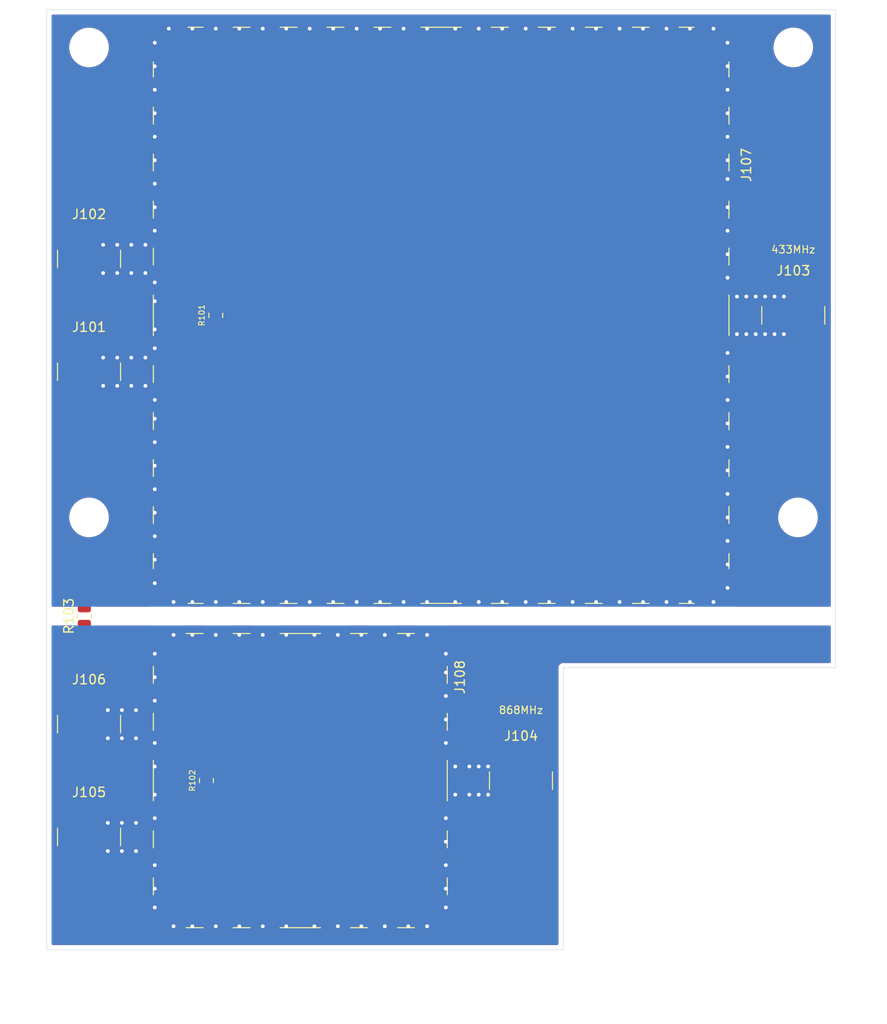
<source format=kicad_pcb>
(kicad_pcb (version 20210424) (generator pcbnew)
  (layers (0 "F.Cu" signal) (31 "B.Cu" signal) (34 "B.Paste" user) (35 "F.Paste" user) (36 "B.SilkS" user "B.Silkscreen") (37 "F.SilkS" user "F.Silkscreen") (38 "B.Mask" user) (39 "F.Mask" user) (44 "Edge.Cuts" user))
  (net 0 "")
  (net 1 "Net-(J101-Pad1)")
  (net 2 "GND")
  (net 3 "Net-(J104-Pad1)")
  (net 4 "GNDPWR")
  (footprint "Connector_Coaxial:SMA_Amphenol_132134-10_Vertical" (layer "F.Cu") (at 72.5 128.5)
    (fp_text reference "J106" (at 0 -4.75) (layer "F.SilkS"))
    (fp_text value "Conn_Coaxial")
    (pad "1" smd circle locked (at 0 0 90) (size 1.73 1.73) (layers "F.Cu" "F.Paste" "F.Mask") (net 3 "Net-(J104-Pad1)"))
    (pad "2" smd custom locked (at 0 -2.8 180) (size 7.11 1.51) (layers "F.Cu" "F.Paste" "F.Mask") (net 4 "GNDPWR") (options (clearance outline) (anchor rect)) (primitives (gr_poly (pts (xy -1.645 -1.595) (xy -1.5 -1.42) (xy -1.36 -1.28) (xy -1.205 -1.155) (xy -1.035 -1.045) (xy -0.86 -0.95) (xy -0.675 -0.875) (xy -0.48 -0.82) (xy -0.28 -0.78) (xy -0.085 -0.765) (xy 0 -0.765) (xy 0 0.755) (xy -3.555 0.755) (xy -3.555 -1.595)) (width 0) (fill yes)) (gr_poly (pts (xy 1.645 -1.595) (xy 1.5 -1.42) (xy 1.36 -1.28) (xy 1.205 -1.155) (xy 1.035 -1.045) (xy 0.86 -0.95) (xy 0.675 -0.875) (xy 0.48 -0.82) (xy 0.28 -0.78) (xy 0.085 -0.765) (xy 0 -0.765) (xy 0 0.755) (xy 3.555 0.755) (xy 3.555 -1.595)) (width 0) (fill yes))))
    (pad "2" smd custom locked (at 0 2.8) (size 7.11 1.51) (layers "F.Cu" "F.Paste" "F.Mask") (net 4 "GNDPWR") (options (clearance outline) (anchor rect)) (primitives (gr_poly (pts (xy -1.645 -1.595) (xy -1.5 -1.42) (xy -1.36 -1.28) (xy -1.205 -1.155) (xy -1.035 -1.045) (xy -0.86 -0.95) (xy -0.675 -0.875) (xy -0.48 -0.82) (xy -0.28 -0.78) (xy -0.085 -0.765) (xy 0 -0.765) (xy 0 0.755) (xy -3.555 0.755) (xy -3.555 -1.595)) (width 0) (fill yes)) (gr_poly (pts (xy 1.645 -1.595) (xy 1.5 -1.42) (xy 1.36 -1.28) (xy 1.205 -1.155) (xy 1.035 -1.045) (xy 0.86 -0.95) (xy 0.675 -0.875) (xy 0.48 -0.82) (xy 0.28 -0.78) (xy 0.085 -0.765) (xy 0 -0.765) (xy 0 0.755) (xy 3.555 0.755) (xy 3.555 -1.595)) (width 0) (fill yes))))
  )
  (footprint "MountingHole:MountingHole_3.2mm_M3" (layer "F.Cu") (at 72.5 106.5)
    (fp_text reference "REF**")
    (fp_text value "MountingHole_3.2mm_M3")
    (pad "1" np_thru_hole circle locked (at 0 0) (size 3.2 3.2) (drill 3.2) (layers *.Cu *.Mask))
  )
  (footprint "Resistor_SMD:R_0805_2012Metric" (layer "F.Cu") (at 85 134.5 90)
    (fp_text reference "R102" (at 0 -1.5 90) (layer "F.SilkS") (effects (font (size 0.6 0.6) (thickness 0.1))))
    (fp_text value "R")
    (pad "1" smd roundrect locked (at -0.9125 0 90) (size 1.025 1.4) (layers "F.Cu" "F.Paste" "F.Mask") (roundrect_rratio 0.243902) (net 3 "Net-(J104-Pad1)"))
    (pad "2" smd roundrect locked (at 0.9125 0 90) (size 1.025 1.4) (layers "F.Cu" "F.Paste" "F.Mask") (roundrect_rratio 0.243902) (net 3 "Net-(J104-Pad1)"))
  )
  (footprint "Connector_Coaxial:SMA_Amphenol_132134-10_Vertical" (layer "F.Cu") (at 72.5 79)
    (fp_text reference "J102" (at 0 -4.75) (layer "F.SilkS"))
    (fp_text value "Conn_Coaxial")
    (pad "1" smd circle locked (at 0 0 90) (size 1.73 1.73) (layers "F.Cu" "F.Paste" "F.Mask") (net 1 "Net-(J101-Pad1)"))
    (pad "2" smd custom locked (at 0 2.8) (size 7.11 1.51) (layers "F.Cu" "F.Paste" "F.Mask") (net 2 "GND") (options (clearance outline) (anchor rect)) (primitives (gr_poly (pts (xy -1.645 -1.595) (xy -1.5 -1.42) (xy -1.36 -1.28) (xy -1.205 -1.155) (xy -1.035 -1.045) (xy -0.86 -0.95) (xy -0.675 -0.875) (xy -0.48 -0.82) (xy -0.28 -0.78) (xy -0.085 -0.765) (xy 0 -0.765) (xy 0 0.755) (xy -3.555 0.755) (xy -3.555 -1.595)) (width 0) (fill yes)) (gr_poly (pts (xy 1.645 -1.595) (xy 1.5 -1.42) (xy 1.36 -1.28) (xy 1.205 -1.155) (xy 1.035 -1.045) (xy 0.86 -0.95) (xy 0.675 -0.875) (xy 0.48 -0.82) (xy 0.28 -0.78) (xy 0.085 -0.765) (xy 0 -0.765) (xy 0 0.755) (xy 3.555 0.755) (xy 3.555 -1.595)) (width 0) (fill yes))))
    (pad "2" smd custom locked (at 0 -2.8 180) (size 7.11 1.51) (layers "F.Cu" "F.Paste" "F.Mask") (net 2 "GND") (options (clearance outline) (anchor rect)) (primitives (gr_poly (pts (xy -1.645 -1.595) (xy -1.5 -1.42) (xy -1.36 -1.28) (xy -1.205 -1.155) (xy -1.035 -1.045) (xy -0.86 -0.95) (xy -0.675 -0.875) (xy -0.48 -0.82) (xy -0.28 -0.78) (xy -0.085 -0.765) (xy 0 -0.765) (xy 0 0.755) (xy -3.555 0.755) (xy -3.555 -1.595)) (width 0) (fill yes)) (gr_poly (pts (xy 1.645 -1.595) (xy 1.5 -1.42) (xy 1.36 -1.28) (xy 1.205 -1.155) (xy 1.035 -1.045) (xy 0.86 -0.95) (xy 0.675 -0.875) (xy 0.48 -0.82) (xy 0.28 -0.78) (xy 0.085 -0.765) (xy 0 -0.765) (xy 0 0.755) (xy 3.555 0.755) (xy 3.555 -1.595)) (width 0) (fill yes))))
  )
  (footprint "Resistor_SMD:R_0805_2012Metric" (layer "F.Cu") (at 72 117 90)
    (fp_text reference "R103" (at 0 -1.65 90) (layer "F.SilkS"))
    (fp_text value "R")
    (pad "1" smd roundrect locked (at -0.9125 0 90) (size 1.025 1.4) (layers "F.Cu" "F.Paste" "F.Mask") (roundrect_rratio 0.243902) (net 4 "GNDPWR"))
    (pad "2" smd roundrect locked (at 0.9125 0 90) (size 1.025 1.4) (layers "F.Cu" "F.Paste" "F.Mask") (roundrect_rratio 0.243902) (net 2 "GND"))
  )
  (footprint "Connector_Coaxial:SMA_Amphenol_132134-10_Vertical" (layer "F.Cu") (at 118.5 134.5)
    (fp_text reference "J104" (at 0 -4.75) (layer "F.SilkS"))
    (fp_text value "Conn_Coaxial")
    (pad "1" smd circle locked (at 0 0 90) (size 1.73 1.73) (layers "F.Cu" "F.Paste" "F.Mask") (net 3 "Net-(J104-Pad1)"))
    (pad "2" smd custom locked (at 0 2.8) (size 7.11 1.51) (layers "F.Cu" "F.Paste" "F.Mask") (net 4 "GNDPWR") (options (clearance outline) (anchor rect)) (primitives (gr_poly (pts (xy -1.645 -1.595) (xy -1.5 -1.42) (xy -1.36 -1.28) (xy -1.205 -1.155) (xy -1.035 -1.045) (xy -0.86 -0.95) (xy -0.675 -0.875) (xy -0.48 -0.82) (xy -0.28 -0.78) (xy -0.085 -0.765) (xy 0 -0.765) (xy 0 0.755) (xy -3.555 0.755) (xy -3.555 -1.595)) (width 0) (fill yes)) (gr_poly (pts (xy 1.645 -1.595) (xy 1.5 -1.42) (xy 1.36 -1.28) (xy 1.205 -1.155) (xy 1.035 -1.045) (xy 0.86 -0.95) (xy 0.675 -0.875) (xy 0.48 -0.82) (xy 0.28 -0.78) (xy 0.085 -0.765) (xy 0 -0.765) (xy 0 0.755) (xy 3.555 0.755) (xy 3.555 -1.595)) (width 0) (fill yes))))
    (pad "2" smd custom locked (at 0 -2.8 180) (size 7.11 1.51) (layers "F.Cu" "F.Paste" "F.Mask") (net 4 "GNDPWR") (options (clearance outline) (anchor rect)) (primitives (gr_poly (pts (xy -1.645 -1.595) (xy -1.5 -1.42) (xy -1.36 -1.28) (xy -1.205 -1.155) (xy -1.035 -1.045) (xy -0.86 -0.95) (xy -0.675 -0.875) (xy -0.48 -0.82) (xy -0.28 -0.78) (xy -0.085 -0.765) (xy 0 -0.765) (xy 0 0.755) (xy -3.555 0.755) (xy -3.555 -1.595)) (width 0) (fill yes)) (gr_poly (pts (xy 1.645 -1.595) (xy 1.5 -1.42) (xy 1.36 -1.28) (xy 1.205 -1.155) (xy 1.035 -1.045) (xy 0.86 -0.95) (xy 0.675 -0.875) (xy 0.48 -0.82) (xy 0.28 -0.78) (xy 0.085 -0.765) (xy 0 -0.765) (xy 0 0.755) (xy 3.555 0.755) (xy 3.555 -1.595)) (width 0) (fill yes))))
  )
  (footprint "Resistor_SMD:R_0805_2012Metric" (layer "F.Cu") (at 86 85 90)
    (fp_text reference "R101" (at 0 -1.5 270) (layer "F.SilkS") (effects (font (size 0.6 0.6) (thickness 0.1))))
    (fp_text value "R")
    (pad "1" smd roundrect locked (at -0.9125 0 90) (size 1.025 1.4) (layers "F.Cu" "F.Paste" "F.Mask") (roundrect_rratio 0.243902) (net 1 "Net-(J101-Pad1)"))
    (pad "2" smd roundrect locked (at 0.9125 0 90) (size 1.025 1.4) (layers "F.Cu" "F.Paste" "F.Mask") (roundrect_rratio 0.243902) (net 1 "Net-(J101-Pad1)"))
  )
  (footprint "Connector_Coaxial:SMA_Amphenol_132134-10_Vertical" (layer "F.Cu") (at 72.5 91)
    (fp_text reference "J101" (at 0 -4.75) (layer "F.SilkS"))
    (fp_text value "Conn_Coaxial")
    (pad "1" smd circle locked (at 0 0 90) (size 1.73 1.73) (layers "F.Cu" "F.Paste" "F.Mask") (net 1 "Net-(J101-Pad1)"))
    (pad "2" smd custom locked (at 0 -2.8 180) (size 7.11 1.51) (layers "F.Cu" "F.Paste" "F.Mask") (net 2 "GND") (options (clearance outline) (anchor rect)) (primitives (gr_poly (pts (xy -1.645 -1.595) (xy -1.5 -1.42) (xy -1.36 -1.28) (xy -1.205 -1.155) (xy -1.035 -1.045) (xy -0.86 -0.95) (xy -0.675 -0.875) (xy -0.48 -0.82) (xy -0.28 -0.78) (xy -0.085 -0.765) (xy 0 -0.765) (xy 0 0.755) (xy -3.555 0.755) (xy -3.555 -1.595)) (width 0) (fill yes)) (gr_poly (pts (xy 1.645 -1.595) (xy 1.5 -1.42) (xy 1.36 -1.28) (xy 1.205 -1.155) (xy 1.035 -1.045) (xy 0.86 -0.95) (xy 0.675 -0.875) (xy 0.48 -0.82) (xy 0.28 -0.78) (xy 0.085 -0.765) (xy 0 -0.765) (xy 0 0.755) (xy 3.555 0.755) (xy 3.555 -1.595)) (width 0) (fill yes))))
    (pad "2" smd custom locked (at 0 2.8) (size 7.11 1.51) (layers "F.Cu" "F.Paste" "F.Mask") (net 2 "GND") (options (clearance outline) (anchor rect)) (primitives (gr_poly (pts (xy -1.645 -1.595) (xy -1.5 -1.42) (xy -1.36 -1.28) (xy -1.205 -1.155) (xy -1.035 -1.045) (xy -0.86 -0.95) (xy -0.675 -0.875) (xy -0.48 -0.82) (xy -0.28 -0.78) (xy -0.085 -0.765) (xy 0 -0.765) (xy 0 0.755) (xy -3.555 0.755) (xy -3.555 -1.595)) (width 0) (fill yes)) (gr_poly (pts (xy 1.645 -1.595) (xy 1.5 -1.42) (xy 1.36 -1.28) (xy 1.205 -1.155) (xy 1.035 -1.045) (xy 0.86 -0.95) (xy 0.675 -0.875) (xy 0.48 -0.82) (xy 0.28 -0.78) (xy 0.085 -0.765) (xy 0 -0.765) (xy 0 0.755) (xy 3.555 0.755) (xy 3.555 -1.595)) (width 0) (fill yes))))
  )
  (footprint "MountingHole:MountingHole_3.2mm_M3" (layer "F.Cu") (at 147.5 56.5)
    (fp_text reference "REF**")
    (fp_text value "MountingHole_3.2mm_M3")
    (pad "1" np_thru_hole circle locked (at 0 0) (size 3.2 3.2) (drill 3.2) (layers *.Cu *.Mask))
  )
  (footprint "Connector_Coaxial:SMA_Amphenol_132134-10_Vertical" (layer "F.Cu") (at 147.5 85)
    (fp_text reference "J103" (at 0 -4.75) (layer "F.SilkS"))
    (fp_text value "Conn_Coaxial")
    (pad "1" smd circle locked (at 0 0 90) (size 1.73 1.73) (layers "F.Cu" "F.Paste" "F.Mask") (net 1 "Net-(J101-Pad1)"))
    (pad "2" smd custom locked (at 0 -2.8 180) (size 7.11 1.51) (layers "F.Cu" "F.Paste" "F.Mask") (net 2 "GND") (options (clearance outline) (anchor rect)) (primitives (gr_poly (pts (xy -1.645 -1.595) (xy -1.5 -1.42) (xy -1.36 -1.28) (xy -1.205 -1.155) (xy -1.035 -1.045) (xy -0.86 -0.95) (xy -0.675 -0.875) (xy -0.48 -0.82) (xy -0.28 -0.78) (xy -0.085 -0.765) (xy 0 -0.765) (xy 0 0.755) (xy -3.555 0.755) (xy -3.555 -1.595)) (width 0) (fill yes)) (gr_poly (pts (xy 1.645 -1.595) (xy 1.5 -1.42) (xy 1.36 -1.28) (xy 1.205 -1.155) (xy 1.035 -1.045) (xy 0.86 -0.95) (xy 0.675 -0.875) (xy 0.48 -0.82) (xy 0.28 -0.78) (xy 0.085 -0.765) (xy 0 -0.765) (xy 0 0.755) (xy 3.555 0.755) (xy 3.555 -1.595)) (width 0) (fill yes))))
    (pad "2" smd custom locked (at 0 2.8) (size 7.11 1.51) (layers "F.Cu" "F.Paste" "F.Mask") (net 2 "GND") (options (clearance outline) (anchor rect)) (primitives (gr_poly (pts (xy -1.645 -1.595) (xy -1.5 -1.42) (xy -1.36 -1.28) (xy -1.205 -1.155) (xy -1.035 -1.045) (xy -0.86 -0.95) (xy -0.675 -0.875) (xy -0.48 -0.82) (xy -0.28 -0.78) (xy -0.085 -0.765) (xy 0 -0.765) (xy 0 0.755) (xy -3.555 0.755) (xy -3.555 -1.595)) (width 0) (fill yes)) (gr_poly (pts (xy 1.645 -1.595) (xy 1.5 -1.42) (xy 1.36 -1.28) (xy 1.205 -1.155) (xy 1.035 -1.045) (xy 0.86 -0.95) (xy 0.675 -0.875) (xy 0.48 -0.82) (xy 0.28 -0.78) (xy 0.085 -0.765) (xy 0 -0.765) (xy 0 0.755) (xy 3.555 0.755) (xy 3.555 -1.595)) (width 0) (fill yes))))
  )
  (footprint "RF_Shielding:Wuerth_36103605_60x60mm" (layer "F.Cu") (at 110 85)
    (fp_text reference "J107" (at 32.5 -16 90) (layer "F.SilkS"))
    (fp_text value "RF_Shield_One_Piece")
    (pad "1" smd rect locked (at -30.25 -23.75) (size 1 2.6) (layers "F.Cu" "F.Paste" "F.Mask") (net 2 "GND"))
    (pad "1" smd rect locked (at 30.25 -28.5) (size 1 2.5) (layers "F.Cu" "F.Paste" "F.Mask") (net 2 "GND"))
    (pad "1" smd rect locked (at 30.25 28.5) (size 1 2.5) (layers "F.Cu" "F.Paste" "F.Mask") (net 2 "GND"))
    (pad "1" smd rect locked (at -13.75 30.25) (size 2.6 1) (layers "F.Cu" "F.Paste" "F.Mask") (net 2 "GND"))
    (pad "1" smd rect locked (at 30.25 -3.75) (size 1 2.6) (layers "F.Cu" "F.Paste" "F.Mask") (net 2 "GND"))
    (pad "1" smd rect locked (at 30.25 3.75) (size 1 2.6) (layers "F.Cu" "F.Paste" "F.Mask") (net 2 "GND"))
    (pad "1" smd rect locked (at 30.25 -13.75) (size 1 2.6) (layers "F.Cu" "F.Paste" "F.Mask") (net 2 "GND"))
    (pad "1" smd rect locked (at 28.5 30.25) (size 2.5 1) (layers "F.Cu" "F.Paste" "F.Mask") (net 2 "GND"))
    (pad "1" smd rect locked (at -8.75 -30.25) (size 2.6 1) (layers "F.Cu" "F.Paste" "F.Mask") (net 2 "GND"))
    (pad "1" smd rect locked (at -18.75 30.25) (size 2.6 1) (layers "F.Cu" "F.Paste" "F.Mask") (net 2 "GND"))
    (pad "1" smd rect locked (at 8.75 30.25) (size 2.6 1) (layers "F.Cu" "F.Paste" "F.Mask") (net 2 "GND"))
    (pad "1" smd rect locked (at -30.25 13.75) (size 1 2.6) (layers "F.Cu" "F.Paste" "F.Mask") (net 2 "GND"))
    (pad "1" smd rect locked (at 30.25 30.25) (size 1 1) (layers "F.Cu" "F.Paste" "F.Mask") (net 2 "GND"))
    (pad "1" smd rect locked (at -28.5 -30.25) (size 2.5 1) (layers "F.Cu" "F.Paste" "F.Mask") (net 2 "GND"))
    (pad "1" smd rect locked (at -30.25 -8.75) (size 1 2.6) (layers "F.Cu" "F.Paste" "F.Mask") (net 2 "GND"))
    (pad "1" smd rect locked (at 30.25 8.75) (size 1 2.6) (layers "F.Cu" "F.Paste" "F.Mask") (net 2 "GND"))
    (pad "1" smd rect locked (at 30.25 -30.25) (size 1 1) (layers "F.Cu" "F.Paste" "F.Mask") (net 2 "GND"))
    (pad "1" smd rect locked (at -30.25 18.75) (size 1 2.6) (layers "F.Cu" "F.Paste" "F.Mask") (net 2 "GND"))
    (pad "1" smd rect locked (at 13.75 30.25) (size 2.6 1) (layers "F.Cu" "F.Paste" "F.Mask") (net 2 "GND"))
    (pad "1" smd rect locked (at -3.75 30.25) (size 2.6 1) (layers "F.Cu" "F.Paste" "F.Mask") (net 2 "GND"))
    (pad "1" smd rect locked (at -30.25 -3.75) (size 1 2.6) (layers "F.Cu" "F.Paste" "F.Mask") (net 2 "GND"))
    (pad "1" smd rect locked (at 23.75 -30.25) (size 2.6 1) (layers "F.Cu" "F.Paste" "F.Mask") (net 2 "GND"))
    (pad "1" smd rect locked (at 30.25 13.75) (size 1 2.6) (layers "F.Cu" "F.Paste" "F.Mask") (net 2 "GND"))
    (pad "1" smd rect locked (at -30.25 30.25) (size 1 1) (layers "F.Cu" "F.Paste" "F.Mask") (net 2 "GND"))
    (pad "1" smd rect locked (at 18.75 -30.25) (size 2.6 1) (layers "F.Cu" "F.Paste" "F.Mask") (net 2 "GND"))
    (pad "1" smd rect locked (at -30.25 -28.5) (size 1 2.5) (layers "F.Cu" "F.Paste" "F.Mask") (net 2 "GND"))
    (pad "1" smd rect locked (at 3.75 30.25) (size 2.6 1) (layers "F.Cu" "F.Paste" "F.Mask") (net 2 "GND"))
    (pad "1" smd rect locked (at 13.75 -30.25) (size 2.6 1) (layers "F.Cu" "F.Paste" "F.Mask") (net 2 "GND"))
    (pad "1" smd rect locked (at 3.75 -30.25) (size 2.6 1) (layers "F.Cu" "F.Paste" "F.Mask") (net 2 "GND"))
    (pad "1" smd rect locked (at -30.25 -30.25) (size 1 1) (layers "F.Cu" "F.Paste" "F.Mask") (net 2 "GND"))
    (pad "1" smd rect locked (at -28.5 30.25) (size 2.5 1) (layers "F.Cu" "F.Paste" "F.Mask") (net 2 "GND"))
    (pad "1" smd rect locked (at -30.25 -13.75) (size 1 2.6) (layers "F.Cu" "F.Paste" "F.Mask") (net 2 "GND"))
    (pad "1" smd rect locked (at -3.75 -30.25) (size 2.6 1) (layers "F.Cu" "F.Paste" "F.Mask") (net 2 "GND"))
    (pad "1" smd rect locked (at 23.75 30.25) (size 2.6 1) (layers "F.Cu" "F.Paste" "F.Mask") (net 2 "GND"))
    (pad "1" smd rect locked (at 30.25 18.75) (size 1 2.6) (layers "F.Cu" "F.Paste" "F.Mask") (net 2 "GND"))
    (pad "1" smd rect locked (at 30.25 -23.75) (size 1 2.6) (layers "F.Cu" "F.Paste" "F.Mask") (net 2 "GND"))
    (pad "1" smd rect locked (at -23.75 -30.25) (size 2.6 1) (layers "F.Cu" "F.Paste" "F.Mask") (net 2 "GND"))
    (pad "1" smd rect locked (at -30.25 3.75) (size 1 2.6) (layers "F.Cu" "F.Paste" "F.Mask") (net 2 "GND"))
    (pad "1" smd rect locked (at -13.75 -30.25) (size 2.6 1) (layers "F.Cu" "F.Paste" "F.Mask") (net 2 "GND"))
    (pad "1" smd rect locked (at 30.25 -8.75) (size 1 2.6) (layers "F.Cu" "F.Paste" "F.Mask") (net 2 "GND"))
    (pad "1" smd rect locked (at 28.5 -30.25) (size 2.5 1) (layers "F.Cu" "F.Paste" "F.Mask") (net 2 "GND"))
    (pad "1" smd rect locked (at -18.75 -30.25) (size 2.6 1) (layers "F.Cu" "F.Paste" "F.Mask") (net 2 "GND"))
    (pad "1" smd rect locked (at 8.75 -30.25) (size 2.6 1) (layers "F.Cu" "F.Paste" "F.Mask") (net 2 "GND"))
    (pad "1" smd rect locked (at -30.25 -18.75) (size 1 2.6) (layers "F.Cu" "F.Paste" "F.Mask") (net 2 "GND"))
    (pad "1" smd rect locked (at -30.25 23.75) (size 1 2.6) (layers "F.Cu" "F.Paste" "F.Mask") (net 2 "GND"))
    (pad "1" smd rect locked (at -23.75 30.25) (size 2.6 1) (layers "F.Cu" "F.Paste" "F.Mask") (net 2 "GND"))
    (pad "1" smd rect locked (at -30.25 28.5) (size 1 2.5) (layers "F.Cu" "F.Paste" "F.Mask") (net 2 "GND"))
    (pad "1" smd rect locked (at -8.75 30.25) (size 2.6 1) (layers "F.Cu" "F.Paste" "F.Mask") (net 2 "GND"))
    (pad "1" smd rect locked (at 30.25 -18.75) (size 1 2.6) (layers "F.Cu" "F.Paste" "F.Mask") (net 2 "GND"))
    (pad "1" smd rect locked (at 30.25 23.75) (size 1 2.6) (layers "F.Cu" "F.Paste" "F.Mask") (net 2 "GND"))
    (pad "1" smd rect locked (at 18.75 30.25) (size 2.6 1) (layers "F.Cu" "F.Paste" "F.Mask") (net 2 "GND"))
    (pad "1" smd rect locked (at -30.25 8.75) (size 1 2.6) (layers "F.Cu" "F.Paste" "F.Mask") (net 2 "GND"))
  )
  (footprint "MountingHole:MountingHole_3.2mm_M3" (layer "F.Cu") (at 72.5 56.5)
    (fp_text reference "REF**")
    (fp_text value "MountingHole_3.2mm_M3")
    (pad "1" np_thru_hole circle locked (at 0 0) (size 3.2 3.2) (drill 3.2) (layers *.Cu *.Mask))
  )
  (footprint "MountingHole:MountingHole_3.2mm_M3" (layer "F.Cu") (at 148 106.5)
    (fp_text reference "REF**")
    (fp_text value "MountingHole_3.2mm_M3")
    (pad "1" np_thru_hole circle locked (at 0 0) (size 3.2 3.2) (drill 3.2) (layers *.Cu *.Mask))
  )
  (footprint "Connector_Coaxial:SMA_Amphenol_132134-10_Vertical" (layer "F.Cu") (at 72.5 140.5)
    (fp_text reference "J105" (at 0 -4.75) (layer "F.SilkS"))
    (fp_text value "Conn_Coaxial")
    (pad "1" smd circle locked (at 0 0 90) (size 1.73 1.73) (layers "F.Cu" "F.Paste" "F.Mask") (net 3 "Net-(J104-Pad1)"))
    (pad "2" smd custom locked (at 0 2.8) (size 7.11 1.51) (layers "F.Cu" "F.Paste" "F.Mask") (net 4 "GNDPWR") (options (clearance outline) (anchor rect)) (primitives (gr_poly (pts (xy -1.645 -1.595) (xy -1.5 -1.42) (xy -1.36 -1.28) (xy -1.205 -1.155) (xy -1.035 -1.045) (xy -0.86 -0.95) (xy -0.675 -0.875) (xy -0.48 -0.82) (xy -0.28 -0.78) (xy -0.085 -0.765) (xy 0 -0.765) (xy 0 0.755) (xy -3.555 0.755) (xy -3.555 -1.595)) (width 0) (fill yes)) (gr_poly (pts (xy 1.645 -1.595) (xy 1.5 -1.42) (xy 1.36 -1.28) (xy 1.205 -1.155) (xy 1.035 -1.045) (xy 0.86 -0.95) (xy 0.675 -0.875) (xy 0.48 -0.82) (xy 0.28 -0.78) (xy 0.085 -0.765) (xy 0 -0.765) (xy 0 0.755) (xy 3.555 0.755) (xy 3.555 -1.595)) (width 0) (fill yes))))
    (pad "2" smd custom locked (at 0 -2.8 180) (size 7.11 1.51) (layers "F.Cu" "F.Paste" "F.Mask") (net 4 "GNDPWR") (options (clearance outline) (anchor rect)) (primitives (gr_poly (pts (xy -1.645 -1.595) (xy -1.5 -1.42) (xy -1.36 -1.28) (xy -1.205 -1.155) (xy -1.035 -1.045) (xy -0.86 -0.95) (xy -0.675 -0.875) (xy -0.48 -0.82) (xy -0.28 -0.78) (xy -0.085 -0.765) (xy 0 -0.765) (xy 0 0.755) (xy -3.555 0.755) (xy -3.555 -1.595)) (width 0) (fill yes)) (gr_poly (pts (xy 1.645 -1.595) (xy 1.5 -1.42) (xy 1.36 -1.28) (xy 1.205 -1.155) (xy 1.035 -1.045) (xy 0.86 -0.95) (xy 0.675 -0.875) (xy 0.48 -0.82) (xy 0.28 -0.78) (xy 0.085 -0.765) (xy 0 -0.765) (xy 0 0.755) (xy 3.555 0.755) (xy 3.555 -1.595)) (width 0) (fill yes))))
  )
  (footprint "RF_Shielding:Wuerth_36103305_30x30mm" (layer "F.Cu") (at 95 134.5)
    (fp_text reference "J108" (at 17 -11 90) (layer "F.SilkS"))
    (fp_text value "RF_Shield_One_Piece")
    (pad "1" smd rect locked (at -3.75 15.25) (size 2.6 1) (layers "F.Cu" "F.Paste" "F.Mask") (net 4 "GNDPWR"))
    (pad "1" smd rect locked (at 15.25 15.25) (size 1 1) (layers "F.Cu" "F.Paste" "F.Mask") (net 4 "GNDPWR"))
    (pad "1" smd rect locked (at -15.25 -15.25) (size 1 1) (layers "F.Cu" "F.Paste" "F.Mask") (net 4 "GNDPWR"))
    (pad "1" smd rect locked (at -13.6 -15.25) (size 2.3 1) (layers "F.Cu" "F.Paste" "F.Mask") (net 4 "GNDPWR"))
    (pad "1" smd rect locked (at -13.6 15.25) (size 2.3 1) (layers "F.Cu" "F.Paste" "F.Mask") (net 4 "GNDPWR"))
    (pad "1" smd rect locked (at -8.75 15.25) (size 2.6 1) (layers "F.Cu" "F.Paste" "F.Mask") (net 4 "GNDPWR"))
    (pad "1" smd rect locked (at -3.75 -15.25) (size 2.6 1) (layers "F.Cu" "F.Paste" "F.Mask") (net 4 "GNDPWR"))
    (pad "1" smd rect locked (at -15.25 3.75) (size 1 2.6) (layers "F.Cu" "F.Paste" "F.Mask") (net 4 "GNDPWR"))
    (pad "1" smd rect locked (at -15.25 8.75) (size 1 2.6) (layers "F.Cu" "F.Paste" "F.Mask") (net 4 "GNDPWR"))
    (pad "1" smd rect locked (at 8.75 -15.25) (size 2.6 1) (layers "F.Cu" "F.Paste" "F.Mask") (net 4 "GNDPWR"))
    (pad "1" smd rect locked (at -15.25 -8.75) (size 1 2.6) (layers "F.Cu" "F.Paste" "F.Mask") (net 4 "GNDPWR"))
    (pad "1" smd rect locked (at 8.75 15.25) (size 2.6 1) (layers "F.Cu" "F.Paste" "F.Mask") (net 4 "GNDPWR"))
    (pad "1" smd rect locked (at 15.25 13.6) (size 1 2.3) (layers "F.Cu" "F.Paste" "F.Mask") (net 4 "GNDPWR"))
    (pad "1" smd rect locked (at 15.25 -3.75) (size 1 2.6) (layers "F.Cu" "F.Paste" "F.Mask") (net 4 "GNDPWR"))
    (pad "1" smd rect locked (at 15.25 -13.6) (size 1 2.3) (layers "F.Cu" "F.Paste" "F.Mask") (net 4 "GNDPWR"))
    (pad "1" smd rect locked (at 13.6 15.25) (size 2.3 1) (layers "F.Cu" "F.Paste" "F.Mask") (net 4 "GNDPWR"))
    (pad "1" smd rect locked (at 3.75 15.25) (size 2.6 1) (layers "F.Cu" "F.Paste" "F.Mask") (net 4 "GNDPWR"))
    (pad "1" smd rect locked (at 15.25 -15.25) (size 1 1) (layers "F.Cu" "F.Paste" "F.Mask") (net 4 "GNDPWR"))
    (pad "1" smd rect locked (at 13.6 -15.25) (size 2.3 1) (layers "F.Cu" "F.Paste" "F.Mask") (net 4 "GNDPWR"))
    (pad "1" smd rect locked (at -15.25 -3.75) (size 1 2.6) (layers "F.Cu" "F.Paste" "F.Mask") (net 4 "GNDPWR"))
    (pad "1" smd rect locked (at 15.25 -8.75) (size 1 2.6) (layers "F.Cu" "F.Paste" "F.Mask") (net 4 "GNDPWR"))
    (pad "1" smd rect locked (at 15.25 3.75) (size 1 2.6) (layers "F.Cu" "F.Paste" "F.Mask") (net 4 "GNDPWR"))
    (pad "1" smd rect locked (at -15.25 13.6) (size 1 2.3) (layers "F.Cu" "F.Paste" "F.Mask") (net 4 "GNDPWR"))
    (pad "1" smd rect locked (at -8.75 -15.25) (size 2.6 1) (layers "F.Cu" "F.Paste" "F.Mask") (net 4 "GNDPWR"))
    (pad "1" smd rect locked (at -15.25 -13.6) (size 1 2.3) (layers "F.Cu" "F.Paste" "F.Mask") (net 4 "GNDPWR"))
    (pad "1" smd rect locked (at 15.25 8.75) (size 1 2.6) (layers "F.Cu" "F.Paste" "F.Mask") (net 4 "GNDPWR"))
    (pad "1" smd rect locked (at 3.75 -15.25) (size 2.6 1) (layers "F.Cu" "F.Paste" "F.Mask") (net 4 "GNDPWR"))
    (pad "1" smd rect locked (at -15.25 15.25) (size 1 1) (layers "F.Cu" "F.Paste" "F.Mask") (net 4 "GNDPWR"))
  )
  (gr_line (start 123 152.5) (end 68 152.5) (layer "Edge.Cuts") (width 0.05))
  (gr_line (start 152 52.5) (end 152 122.5) (layer "Edge.Cuts") (width 0.05))
  (gr_line (start 152 122.5) (end 123 122.5) (layer "Edge.Cuts") (width 0.05))
  (gr_line (start 123 122.5) (end 123 152.5) (layer "Edge.Cuts") (width 0.05))
  (gr_line (start 68 152.5) (end 68 151) (layer "Edge.Cuts") (width 0.05))
  (gr_line (start 68 151) (end 68 52.5) (layer "Edge.Cuts") (width 0.05))
  (gr_line (start 68 52.5) (end 152 52.5) (layer "Edge.Cuts") (width 0.05))
  (gr_text "433MHz" (at 147.5 78) (layer "F.SilkS") (effects (font (size 0.8 0.8) (thickness 0.12))))
  (gr_text "868MHz" (at 118.5 127) (layer "F.SilkS") (effects (font (size 0.8 0.8) (thickness 0.12))))
  (segment (start 90 107.5) (end 92.5 110) (width 0.55) (layer "F.Cu") (net 1))
  (segment (start 137.5 82.5) (end 135 80) (width 0.55) (layer "F.Cu") (net 1))
  (segment (start 112.5 90) (end 115 87.5) (width 0.55) (layer "F.Cu") (net 1))
  (segment (start 132.5 110) (end 135 107.5) (width 0.55) (layer "F.Cu") (net 1))
  (segment (start 80.64912 79) (end 85.73662 84.0875) (width 1.1) (layer "F.Cu") (net 1))
  (segment (start 100 82.5) (end 102.5 82.5) (width 0.55) (layer "F.Cu") (net 1))
  (segment (start 97.5 90) (end 100 87.5) (width 0.55) (layer "F.Cu") (net 1))
  (segment (start 112.5 80) (end 115 82.5) (width 0.55) (layer "F.Cu") (net 1))
  (segment (start 117.5 87.5) (end 120 90) (width 0.55) (layer "F.Cu") (net 1))
  (segment (start 92.5 110) (end 95 110) (width 0.55) (layer "F.Cu") (net 1))
  (segment (start 102.5 87.5) (end 105 90) (width 0.55) (layer "F.Cu") (net 1))
  (segment (start 135 107.5) (end 135 90) (width 0.55) (layer "F.Cu") (net 1))
  (segment (start 97.5 80) (end 100 82.5) (width 0.55) (layer "F.Cu") (net 1))
  (segment (start 105 80) (end 105 62.5) (width 0.55) (layer "F.Cu") (net 1))
  (segment (start 95 60) (end 97.5 62.5) (width 0.55) (layer "F.Cu") (net 1))
  (segment (start 117.5 82.5) (end 120 80) (width 0.55) (layer "F.Cu") (net 1))
  (segment (start 122.5 110) (end 132.5 110) (width 0.55) (layer "F.Cu") (net 1))
  (segment (start 90 82) (end 90 62.5) (width 0.55) (layer "F.Cu") (net 1))
  (segment (start 105 90) (end 105 107.5) (width 0.55) (layer "F.Cu") (net 1))
  (segment (start 80.64912 91) (end 72.5 91) (width 1.1) (layer "F.Cu") (net 1))
  (segment (start 92.5 60) (end 95 60) (width 0.55) (layer "F.Cu") (net 1))
  (segment (start 112.5 62.5) (end 112.5 80) (width 0.55) (layer "F.Cu") (net 1))
  (segment (start 135 62.5) (end 132.5 60) (width 0.55) (layer "F.Cu") (net 1))
  (segment (start 120 107.5) (end 122.5 110) (width 0.55) (layer "F.Cu") (net 1))
  (segment (start 90 88) (end 90 107.5) (width 0.55) (layer "F.Cu") (net 1))
  (segment (start 90 62.5) (end 92.5 60) (width 0.55) (layer "F.Cu") (net 1))
  (segment (start 137.5 85) (end 147.5 85) (width 1.1) (layer "F.Cu") (net 1))
  (segment (start 120 62.5) (end 122.5 60) (width 0.55) (layer "F.Cu") (net 1))
  (segment (start 115 82.5) (end 117.5 82.5) (width 0.55) (layer "F.Cu") (net 1))
  (segment (start 120 80) (end 120 62.5) (width 0.55) (layer "F.Cu") (net 1))
  (segment (start 107.5 60) (end 110 60) (width 0.55) (layer "F.Cu") (net 1))
  (segment (start 72.5 79) (end 80.64912 79) (width 1.1) (layer "F.Cu") (net 1))
  (segment (start 115 87.5) (end 117.5 87.5) (width 0.55) (layer "F.Cu") (net 1))
  (segment (start 97.5 62.5) (end 97.5 80) (width 0.55) (layer "F.Cu") (net 1))
  (segment (start 110 110) (end 112.5 107.5) (width 0.55) (layer "F.Cu") (net 1))
  (segment (start 137.5 87.5) (end 137.5 85) (width 0.55) (layer "F.Cu") (net 1))
  (segment (start 102.5 82.5) (end 105 80) (width 0.55) (layer "F.Cu") (net 1))
  (segment (start 107.5 110) (end 110 110) (width 0.55) (layer "F.Cu") (net 1))
  (segment (start 87.9125 84.0875) (end 90 82) (width 0.55) (layer "F.Cu") (net 1))
  (segment (start 137.5 82.5) (end 137.5 85) (width 0.55) (layer "F.Cu") (net 1))
  (segment (start 135 80) (end 135 62.5) (width 0.55) (layer "F.Cu") (net 1))
  (segment (start 112.5 107.5) (end 112.5 90) (width 0.55) (layer "F.Cu") (net 1))
  (segment (start 105 62.5) (end 107.5 60) (width 0.55) (layer "F.Cu") (net 1))
  (segment (start 120 90) (end 120 107.5) (width 0.55) (layer "F.Cu") (net 1))
  (segment (start 135 90) (end 137.5 87.5) (width 0.55) (layer "F.Cu") (net 1))
  (segment (start 100 87.5) (end 102.5 87.5) (width 0.55) (layer "F.Cu") (net 1))
  (segment (start 105 107.5) (end 107.5 110) (width 0.55) (layer "F.Cu") (net 1))
  (segment (start 110 60) (end 112.5 62.5) (width 0.55) (layer "F.Cu") (net 1))
  (segment (start 95 110) (end 97.5 107.5) (width 0.55) (layer "F.Cu") (net 1))
  (segment (start 86 84.0875) (end 87.9125 84.0875) (width 0.55) (layer "F.Cu") (net 1))
  (segment (start 122.5 60) (end 132.5 60) (width 0.55) (layer "F.Cu") (net 1))
  (segment (start 85.73662 85.9125) (end 80.64912 91) (width 1.1) (layer "F.Cu") (net 1))
  (segment (start 87.9125 85.9125) (end 90 88) (width 0.55) (layer "F.Cu") (net 1))
  (segment (start 97.5 107.5) (end 97.5 90) (width 0.55) (layer "F.Cu") (net 1))
  (segment (start 86 85.9125) (end 87.9125 85.9125) (width 0.55) (layer "F.Cu") (net 1))
  (via (at 140.5 58.5) (size 0.8) (drill 0.4) (layers "F.Cu" "B.Cu") (net 2))
  (via (at 103.5 115.5) (size 0.8) (drill 0.4) (layers "F.Cu" "B.Cu") (net 2))
  (via (at 88.5 115.5) (size 0.8) (drill 0.4) (layers "F.Cu" "B.Cu") (net 2))
  (via (at 111.5 54.5) (size 0.8) (drill 0.4) (layers "F.Cu" "B.Cu") (net 2))
  (via (at 140.5 106.5) (size 0.8) (drill 0.4) (layers "F.Cu" "B.Cu") (net 2))
  (via (at 131.5 54.5) (size 0.8) (drill 0.4) (layers "F.Cu" "B.Cu") (net 2))
  (via (at 144.5 83) (size 0.8) (drill 0.4) (layers "F.Cu" "B.Cu") (net 2))
  (via (at 145.5 87) (size 0.8) (drill 0.4) (layers "F.Cu" "B.Cu") (net 2))
  (via (at 79.5 66) (size 0.8) (drill 0.4) (layers "F.Cu" "B.Cu") (net 2))
  (via (at 78.5 80.5) (size 0.8) (drill 0.4) (layers "F.Cu" "B.Cu") (net 2))
  (via (at 142.5 83) (size 0.8) (drill 0.4) (layers "F.Cu" "B.Cu") (net 2))
  (via (at 79.5 88.5) (size 0.8) (drill 0.4) (layers "F.Cu" "B.Cu") (net 2))
  (via (at 106 115.5) (size 0.8) (drill 0.4) (layers "F.Cu" "B.Cu") (net 2))
  (via (at 88.5 54.5) (size 0.8) (drill 0.4) (layers "F.Cu" "B.Cu") (net 2))
  (via (at 78.5 92.5) (size 0.8) (drill 0.4) (layers "F.Cu" "B.Cu") (net 2))
  (via (at 140.5 89) (size 0.8) (drill 0.4) (layers "F.Cu" "B.Cu") (net 2))
  (via (at 86 54.5) (size 0.8) (drill 0.4) (layers "F.Cu" "B.Cu") (net 2))
  (via (at 140.5 101.5) (size 0.8) (drill 0.4) (layers "F.Cu" "B.Cu") (net 2))
  (via (at 91 54.5) (size 0.8) (drill 0.4) (layers "F.Cu" "B.Cu") (net 2))
  (via (at 121.5 115.5) (size 0.8) (drill 0.4) (layers "F.Cu" "B.Cu") (net 2))
  (via (at 140.5 96.5) (size 0.8) (drill 0.4) (layers "F.Cu" "B.Cu") (net 2))
  (via (at 140.5 66) (size 0.8) (drill 0.4) (layers "F.Cu" "B.Cu") (net 2))
  (via (at 145.5 83) (size 0.8) (drill 0.4) (layers "F.Cu" "B.Cu") (net 2))
  (via (at 140.5 61) (size 0.8) (drill 0.4) (layers "F.Cu" "B.Cu") (net 2))
  (via (at 146.5 83) (size 0.8) (drill 0.4) (layers "F.Cu" "B.Cu") (net 2))
  (via (at 136.5 115.5) (size 0.8) (drill 0.4) (layers "F.Cu" "B.Cu") (net 2))
  (via (at 140.5 104) (size 0.8) (drill 0.4) (layers "F.Cu" "B.Cu") (net 2))
  (via (at 91 115.5) (size 0.8) (drill 0.4) (layers "F.Cu" "B.Cu") (net 2))
  (via (at 143.5 83) (size 0.8) (drill 0.4) (layers "F.Cu" "B.Cu") (net 2))
  (via (at 77 89.5) (size 0.8) (drill 0.4) (layers "F.Cu" "B.Cu") (net 2))
  (via (at 83.5 115.5) (size 0.8) (drill 0.4) (layers "F.Cu" "B.Cu") (net 2))
  (via (at 111.5 115.5) (size 0.8) (drill 0.4) (layers "F.Cu" "B.Cu") (net 2))
  (via (at 81.5 115.5) (size 0.8) (drill 0.4) (layers "F.Cu" "B.Cu") (net 2))
  (via (at 74 89.5) (size 0.8) (drill 0.4) (layers "F.Cu" "B.Cu") (net 2))
  (via (at 141.5 83) (size 0.8) (drill 0.4) (layers "F.Cu" "B.Cu") (net 2))
  (via (at 79.5 68.5) (size 0.8) (drill 0.4) (layers "F.Cu" "B.Cu") (net 2))
  (via (at 74 80.5) (size 0.8) (drill 0.4) (layers "F.Cu" "B.Cu") (net 2))
  (via (at 114 54.5) (size 0.8) (drill 0.4) (layers "F.Cu" "B.Cu") (net 2))
  (via (at 101 54.5) (size 0.8) (drill 0.4) (layers "F.Cu" "B.Cu") (net 2))
  (via (at 75.5 80.5) (size 0.8) (drill 0.4) (layers "F.Cu" "B.Cu") (net 2))
  (via (at 131.5 115.5) (size 0.8) (drill 0.4) (layers "F.Cu" "B.Cu") (net 2))
  (via (at 77 77.5) (size 0.8) (drill 0.4) (layers "F.Cu" "B.Cu") (net 2))
  (via (at 83.5 54.5) (size 0.8) (drill 0.4) (layers "F.Cu" "B.Cu") (net 2))
  (via (at 140.5 73.5) (size 0.8) (drill 0.4) (layers "F.Cu" "B.Cu") (net 2))
  (via (at 116.5 115.5) (size 0.8) (drill 0.4) (layers "F.Cu" "B.Cu") (net 2))
  (via (at 79.5 86.5) (size 0.8) (drill 0.4) (layers "F.Cu" "B.Cu") (net 2))
  (via (at 79.5 81.5) (size 0.8) (drill 0.4) (layers "F.Cu" "B.Cu") (net 2))
  (via (at 78.5 89.5) (size 0.8) (drill 0.4) (layers "F.Cu" "B.Cu") (net 2))
  (via (at 79.5 98.5) (size 0.8) (drill 0.4) (layers "F.Cu" "B.Cu") (net 2))
  (via (at 79.5 73.5) (size 0.8) (drill 0.4) (layers "F.Cu" "B.Cu") (net 2))
  (via (at 119 54.5) (size 0.8) (drill 0.4) (layers "F.Cu" "B.Cu") (net 2))
  (via (at 98.5 115.5) (size 0.8) (drill 0.4) (layers "F.Cu" "B.Cu") (net 2))
  (via (at 79.5 94) (size 0.8) (drill 0.4) (layers "F.Cu" "B.Cu") (net 2))
  (via (at 140.5 111.5) (size 0.8) (drill 0.4) (layers "F.Cu" "B.Cu") (net 2))
  (via (at 101 115.5) (size 0.8) (drill 0.4) (layers "F.Cu" "B.Cu") (net 2))
  (via (at 129 115.5) (size 0.8) (drill 0.4) (layers "F.Cu" "B.Cu") (net 2))
  (via (at 139 54.5) (size 0.8) (drill 0.4) (layers "F.Cu" "B.Cu") (net 2))
  (via (at 96 54.5) (size 0.8) (drill 0.4) (layers "F.Cu" "B.Cu") (net 2))
  (via (at 140.5 63.5) (size 0.8) (drill 0.4) (layers "F.Cu" "B.Cu") (net 2))
  (via (at 79.5 76) (size 0.8) (drill 0.4) (layers "F.Cu" "B.Cu") (net 2))
  (via (at 79.5 61) (size 0.8) (drill 0.4) (layers "F.Cu" "B.Cu") (net 2))
  (via (at 79.5 83.5) (size 0.8) (drill 0.4) (layers "F.Cu" "B.Cu") (net 2))
  (via (at 79.5 101) (size 0.8) (drill 0.4) (layers "F.Cu" "B.Cu") (net 2))
  (via (at 79.5 96) (size 0.8) (drill 0.4) (layers "F.Cu" "B.Cu") (net 2))
  (via (at 98.5 54.5) (size 0.8) (drill 0.4) (layers "F.Cu" "B.Cu") (net 2))
  (via (at 79.5 108.5) (size 0.8) (drill 0.4) (layers "F.Cu" "B.Cu") (net 2))
  (via (at 75.5 92.5) (size 0.8) (drill 0.4) (layers "F.Cu" "B.Cu") (net 2))
  (via (at 96 115.5) (size 0.8) (drill 0.4) (layers "F.Cu" "B.Cu") (net 2))
  (via (at 119 115.5) (size 0.8) (drill 0.4) (layers "F.Cu" "B.Cu") (net 2))
  (via (at 129 54.5) (size 0.8) (drill 0.4) (layers "F.Cu" "B.Cu") (net 2))
  (via (at 79.5 63.5) (size 0.8) (drill 0.4) (layers "F.Cu" "B.Cu") (net 2))
  (via (at 93.5 54.5) (size 0.8) (drill 0.4) (layers "F.Cu" "B.Cu") (net 2))
  (via (at 79.5 111) (size 0.8) (drill 0.4) (layers "F.Cu" "B.Cu") (net 2))
  (via (at 136.5 54.5) (size 0.8) (drill 0.4) (layers "F.Cu" "B.Cu") (net 2))
  (via (at 114 115.5) (size 0.8) (drill 0.4) (layers "F.Cu" "B.Cu") (net 2))
  (via (at 139 115.5) (size 0.8) (drill 0.4) (layers "F.Cu" "B.Cu") (net 2))
  (via (at 93.5 115.5) (size 0.8) (drill 0.4) (layers "F.Cu" "B.Cu") (net 2))
  (via (at 124 115.5) (size 0.8) (drill 0.4) (layers "F.Cu" "B.Cu") (net 2))
  (via (at 143.5 87) (size 0.8) (drill 0.4) (layers "F.Cu" "B.Cu") (net 2))
  (via (at 140.5 94) (size 0.8) (drill 0.4) (layers "F.Cu" "B.Cu") (net 2))
  (via (at 74 92.5) (size 0.8) (drill 0.4) (layers "F.Cu" "B.Cu") (net 2))
  (via (at 75.5 77.5) (size 0.8) (drill 0.4) (layers "F.Cu" "B.Cu") (net 2))
  (via (at 124 54.5) (size 0.8) (drill 0.4) (layers "F.Cu" "B.Cu") (net 2))
  (via (at 79.5 71) (size 0.8) (drill 0.4) (layers "F.Cu" "B.Cu") (net 2))
  (via (at 140.5 76) (size 0.8) (drill 0.4) (layers "F.Cu" "B.Cu") (net 2))
  (via (at 140.5 78.5) (size 0.8) (drill 0.4) (layers "F.Cu" "B.Cu") (net 2))
  (via (at 78.5 77.5) (size 0.8) (drill 0.4) (layers "F.Cu" "B.Cu") (net 2))
  (via (at 81 54.5) (size 0.8) (drill 0.4) (layers "F.Cu" "B.Cu") (net 2))
  (via (at 86 115.5) (size 0.8) (drill 0.4) (layers "F.Cu" "B.Cu") (net 2))
  (via (at 140.5 109) (size 0.8) (drill 0.4) (layers "F.Cu" "B.Cu") (net 2))
  (via (at 126.5 115.5) (size 0.8) (drill 0.4) (layers "F.Cu" "B.Cu") (net 2))
  (via (at 140.5 114) (size 0.8) (drill 0.4) (layers "F.Cu" "B.Cu") (net 2))
  (via (at 134 54.5) (size 0.8) (drill 0.4) (layers "F.Cu" "B.Cu") (net 2))
  (via (at 79.5 56) (size 0.8) (drill 0.4) (layers "F.Cu" "B.Cu") (net 2))
  (via (at 108.5 54.5) (size 0.8) (drill 0.4) (layers "F.Cu" "B.Cu") (net 2))
  (via (at 106 54.5) (size 0.8) (drill 0.4) (layers "F.Cu" "B.Cu") (net 2))
  (via (at 79.5 106) (size 0.8) (drill 0.4) (layers "F.Cu" "B.Cu") (net 2))
  (via (at 146.5 87) (size 0.8) (drill 0.4) (layers "F.Cu" "B.Cu") (net 2))
  (via (at 103.5 54.5) (size 0.8) (drill 0.4) (layers "F.Cu" "B.Cu") (net 2))
  (via (at 79.5 113.5) (size 0.8) (drill 0.4) (layers "F.Cu" "B.Cu") (net 2))
  (via (at 140.5 91.5) (size 0.8) (drill 0.4) (layers "F.Cu" "B.Cu") (net 2))
  (via (at 74 77.5) (size 0.8) (drill 0.4) (layers "F.Cu" "B.Cu") (net 2))
  (via (at 142.5 87) (size 0.8) (drill 0.4) (layers "F.Cu" "B.Cu") (net 2))
  (via (at 126.5 54.5) (size 0.8) (drill 0.4) (layers "F.Cu" "B.Cu") (net 2))
  (via (at 141.5 87) (size 0.8) (drill 0.4) (layers "F.Cu" "B.Cu") (net 2))
  (via (at 79.5 58.5) (size 0.8) (drill 0.4) (layers "F.Cu" "B.Cu") (net 2))
  (via (at 79.5 103.5) (size 0.8) (drill 0.4) (layers "F.Cu" "B.Cu") (net 2))
  (via (at 121.5 54.5) (size 0.8) (drill 0.4) (layers "F.Cu" "B.Cu") (net 2))
  (via (at 77 92.5) (size 0.8) (drill 0.4) (layers "F.Cu" "B.Cu") (net 2))
  (via (at 140.5 56) (size 0.8) (drill 0.4) (layers "F.Cu" "B.Cu") (net 2))
  (via (at 108.5 115.5) (size 0.8) (drill 0.4) (layers "F.Cu" "B.Cu") (net 2))
  (via (at 140.5 68.5) (size 0.8) (drill 0.4) (layers "F.Cu" "B.Cu") (net 2))
  (via (at 144.5 87) (size 0.8) (drill 0.4) (layers "F.Cu" "B.Cu") (net 2))
  (via (at 77 80.5) (size 0.8) (drill 0.4) (layers "F.Cu" "B.Cu") (net 2))
  (via (at 140.5 70.5) (size 0.8) (drill 0.4) (layers "F.Cu" "B.Cu") (net 2))
  (via (at 116.5 54.5) (size 0.8) (drill 0.4) (layers "F.Cu" "B.Cu") (net 2))
  (via (at 134 115.5) (size 0.8) (drill 0.4) (layers "F.Cu" "B.Cu") (net 2))
  (via (at 75.5 89.5) (size 0.8) (drill 0.4) (layers "F.Cu" "B.Cu") (net 2))
  (via (at 129 54.5) (size 0.8) (drill 0.4) (layers "F.Cu" "B.Cu") (net 2))
  (via (at 140.5 81) (size 0.8) (drill 0.4) (layers "F.Cu" "B.Cu") (net 2))
  (via (at 140.5 99) (size 0.8) (drill 0.4) (layers "F.Cu" "B.Cu") (net 2))
  (segment (start 93 122) (end 94 121) (width 0.56) (layer "F.Cu") (net 3))
  (segment (start 99 132) (end 99 122) (width 0.56) (layer "F.Cu") (net 3))
  (segment (start 96 122) (end 96 132) (width 0.56) (layer "F.Cu") (net 3))
  (segment (start 96 147) (end 96 137) (width 0.56) (layer "F.Cu") (net 3))
  (segment (start 97 136) (end 98 136) (width 0.56) (layer "F.Cu") (net 3))
  (segment (start 94 121) (end 95 121) (width 0.56) (layer "F.Cu") (net 3))
  (segment (start 118.5 134.5) (end 105 134.5) (width 1.1) (layer "F.Cu") (net 3))
  (segment (start 85 132.85088) (end 86.14912 132.85088) (width 0.56) (layer "F.Cu") (net 3))
  (segment (start 92 133) (end 93 132) (width 0.56) (layer "F.Cu") (net 3))
  (segment (start 91 136) (end 92 136) (width 0.56) (layer "F.Cu") (net 3))
  (segment (start 97 133) (end 98 133) (width 0.56) (layer "F.Cu") (net 3))
  (segment (start 86.14912 132.85088) (end 87 132) (width 0.56) (layer "F.Cu") (net 3))
  (segment (start 99 137) (end 99 147) (width 0.56) (layer "F.Cu") (net 3))
  (segment (start 90 147) (end 90 137) (width 0.56) (layer "F.Cu") (net 3))
  (segment (start 94 148) (end 95 148) (width 0.56) (layer "F.Cu") (net 3))
  (segment (start 93 132) (end 93 122) (width 0.56) (layer "F.Cu") (net 3))
  (segment (start 85 136.14912) (end 85 135.4125) (width 1.1) (layer "F.Cu") (net 3))
  (segment (start 86.14912 136.14912) (end 87 137) (width 0.56) (layer "F.Cu") (net 3))
  (segment (start 87 122) (end 88 121) (width 0.56) (layer "F.Cu") (net 3))
  (segment (start 89 121) (end 90 122) (width 0.56) (layer "F.Cu") (net 3))
  (segment (start 92 136) (end 93 137) (width 0.56) (layer "F.Cu") (net 3))
  (segment (start 80.64912 140.5) (end 72.5 140.5) (width 1.1) (layer "F.Cu") (net 3))
  (segment (start 104 148) (end 105 147) (width 0.56) (layer "F.Cu") (net 3))
  (segment (start 89 148) (end 90 147) (width 0.56) (layer "F.Cu") (net 3))
  (segment (start 87 147) (end 88 148) (width 0.56) (layer "F.Cu") (net 3))
  (segment (start 88 148) (end 89 148) (width 0.56) (layer "F.Cu") (net 3))
  (segment (start 87 132) (end 87 122) (width 0.56) (layer "F.Cu") (net 3))
  (segment (start 99 147) (end 100 148) (width 0.56) (layer "F.Cu") (net 3))
  (segment (start 98 136) (end 99 137) (width 0.56) (layer "F.Cu") (net 3))
  (segment (start 105 136) (end 105 134.5) (width 0.56) (layer "F.Cu") (net 3))
  (segment (start 105 133) (end 105 134.5) (width 0.56) (layer "F.Cu") (net 3))
  (segment (start 98 133) (end 99 132) (width 0.56) (layer "F.Cu") (net 3))
  (segment (start 91 133) (end 92 133) (width 0.56) (layer "F.Cu") (net 3))
  (segment (start 90 122) (end 90 132) (width 0.56) (layer "F.Cu") (net 3))
  (segment (start 96 137) (end 97 136) (width 0.56) (layer "F.Cu") (net 3))
  (segment (start 80.64912 128.5) (end 72.5 128.5) (width 1.1) (layer "F.Cu") (net 3))
  (segment (start 90 137) (end 91 136) (width 0.56) (layer "F.Cu") (net 3))
  (segment (start 104 121) (end 105 122) (width 0.56) (layer "F.Cu") (net 3))
  (segment (start 95 121) (end 96 122) (width 0.56) (layer "F.Cu") (net 3))
  (segment (start 85 132.85088) (end 85 133.5875) (width 1.1) (layer "F.Cu") (net 3))
  (segment (start 90 132) (end 91 133) (width 0.56) (layer "F.Cu") (net 3))
  (segment (start 87 137) (end 87 147) (width 0.56) (layer "F.Cu") (net 3))
  (segment (start 80.64912 128.5) (end 85 132.85088) (width 1.1) (layer "F.Cu") (net 3))
  (segment (start 105 147) (end 105 134.5) (width 0.56) (layer "F.Cu") (net 3))
  (segment (start 93 137) (end 93 147) (width 0.56) (layer "F.Cu") (net 3))
  (segment (start 105 122) (end 105 134.5) (width 0.56) (layer "F.Cu") (net 3))
  (segment (start 80.64912 140.5) (end 85 136.14912) (width 1.1) (layer "F.Cu") (net 3))
  (segment (start 100 148) (end 104 148) (width 0.56) (layer "F.Cu") (net 3))
  (segment (start 100 121) (end 104 121) (width 0.56) (layer "F.Cu") (net 3))
  (segment (start 96 132) (end 97 133) (width 0.56) (layer "F.Cu") (net 3))
  (segment (start 95 148) (end 96 147) (width 0.56) (layer "F.Cu") (net 3))
  (segment (start 88 121) (end 89 121) (width 0.56) (layer "F.Cu") (net 3))
  (segment (start 85 136.14912) (end 86.14912 136.14912) (width 0.56) (layer "F.Cu") (net 3))
  (segment (start 93 147) (end 94 148) (width 0.56) (layer "F.Cu") (net 3))
  (segment (start 99 122) (end 100 121) (width 0.56) (layer "F.Cu") (net 3))
  (via (at 88.5 150) (size 0.8) (drill 0.4) (layers "F.Cu" "B.Cu") (net 4))
  (via (at 91 119) (size 0.8) (drill 0.4) (layers "F.Cu" "B.Cu") (net 4))
  (via (at 77.5 130) (size 0.8) (drill 0.4) (layers "F.Cu" "B.Cu") (net 4))
  (via (at 77.5 139) (size 0.8) (drill 0.4) (layers "F.Cu" "B.Cu") (net 4))
  (via (at 108.5 119) (size 0.8) (drill 0.4) (layers "F.Cu" "B.Cu") (net 4))
  (via (at 83.5 150) (size 0.8) (drill 0.4) (layers "F.Cu" "B.Cu") (net 4))
  (via (at 79.5 123.5) (size 0.8) (drill 0.4) (layers "F.Cu" "B.Cu") (net 4))
  (via (at 99 150) (size 0.8) (drill 0.4) (layers "F.Cu" "B.Cu") (net 4))
  (via (at 79.5 136) (size 0.8) (drill 0.4) (layers "F.Cu" "B.Cu") (net 4))
  (via (at 91 150) (size 0.8) (drill 0.4) (layers "F.Cu" "B.Cu") (net 4))
  (via (at 114 136) (size 0.8) (drill 0.4) (layers "F.Cu" "B.Cu") (net 4))
  (via (at 74.5 127) (size 0.8) (drill 0.4) (layers "F.Cu" "B.Cu") (net 4))
  (via (at 83.5 119) (size 0.8) (drill 0.4) (layers "F.Cu" "B.Cu") (net 4))
  (via (at 115 133) (size 0.8) (drill 0.4) (layers "F.Cu" "B.Cu") (net 4))
  (via (at 79.5 143.5) (size 0.8) (drill 0.4) (layers "F.Cu" "B.Cu") (net 4))
  (via (at 86 150) (size 0.8) (drill 0.4) (layers "F.Cu" "B.Cu") (net 4))
  (via (at 111.5 136) (size 0.8) (drill 0.4) (layers "F.Cu" "B.Cu") (net 4))
  (via (at 76 130) (size 0.8) (drill 0.4) (layers "F.Cu" "B.Cu") (net 4))
  (via (at 79.5 138.5) (size 0.8) (drill 0.4) (layers "F.Cu" "B.Cu") (net 4))
  (via (at 101.5 150) (size 0.8) (drill 0.4) (layers "F.Cu" "B.Cu") (net 4))
  (via (at 110.5 130.5) (size 0.8) (drill 0.4) (layers "F.Cu" "B.Cu") (net 4))
  (via (at 99 119) (size 0.8) (drill 0.4) (layers "F.Cu" "B.Cu") (net 4))
  (via (at 79.5 126) (size 0.8) (drill 0.4) (layers "F.Cu" "B.Cu") (net 4))
  (via (at 101.5 119) (size 0.8) (drill 0.4) (layers "F.Cu" "B.Cu") (net 4))
  (via (at 110.5 128) (size 0.8) (drill 0.4) (layers "F.Cu" "B.Cu") (net 4))
  (via (at 110.5 138.5) (size 0.8) (drill 0.4) (layers "F.Cu" "B.Cu") (net 4))
  (via (at 79.5 148) (size 0.8) (drill 0.4) (layers "F.Cu" "B.Cu") (net 4))
  (via (at 110.5 121) (size 0.8) (drill 0.4) (layers "F.Cu" "B.Cu") (net 4))
  (via (at 81.5 150) (size 0.8) (drill 0.4) (layers "F.Cu" "B.Cu") (net 4))
  (via (at 81.5 119) (size 0.8) (drill 0.4) (layers "F.Cu" "B.Cu") (net 4))
  (via (at 79.5 130.5) (size 0.8) (drill 0.4) (layers "F.Cu" "B.Cu") (net 4))
  (via (at 110.5 143.5) (size 0.8) (drill 0.4) (layers "F.Cu" "B.Cu") (net 4))
  (via (at 77.5 142) (size 0.8) (drill 0.4) (layers "F.Cu" "B.Cu") (net 4))
  (via (at 88.5 119) (size 0.8) (drill 0.4) (layers "F.Cu" "B.Cu") (net 4))
  (via (at 96.5 119) (size 0.8) (drill 0.4) (layers "F.Cu" "B.Cu") (net 4))
  (via (at 113 133) (size 0.8) (drill 0.4) (layers "F.Cu" "B.Cu") (net 4))
  (via (at 76 127) (size 0.8) (drill 0.4) (layers "F.Cu" "B.Cu") (net 4))
  (via (at 110.5 125.5) (size 0.8) (drill 0.4) (layers "F.Cu" "B.Cu") (net 4))
  (via (at 79.5 146) (size 0.8) (drill 0.4) (layers "F.Cu" "B.Cu") (net 4))
  (via (at 74.5 130) (size 0.8) (drill 0.4) (layers "F.Cu" "B.Cu") (net 4))
  (via (at 113 136) (size 0.8) (drill 0.4) (layers "F.Cu" "B.Cu") (net 4))
  (via (at 76 142) (size 0.8) (drill 0.4) (layers "F.Cu" "B.Cu") (net 4))
  (via (at 106.5 150) (size 0.8) (drill 0.4) (layers "F.Cu" "B.Cu") (net 4))
  (via (at 86 119) (size 0.8) (drill 0.4) (layers "F.Cu" "B.Cu") (net 4))
  (via (at 74.5 142) (size 0.8) (drill 0.4) (layers "F.Cu" "B.Cu") (net 4))
  (via (at 74.5 139) (size 0.8) (drill 0.4) (layers "F.Cu" "B.Cu") (net 4))
  (via (at 106.5 119) (size 0.8) (drill 0.4) (layers "F.Cu" "B.Cu") (net 4))
  (via (at 114 133) (size 0.8) (drill 0.4) (layers "F.Cu" "B.Cu") (net 4))
  (via (at 115 136) (size 0.8) (drill 0.4) (layers "F.Cu" "B.Cu") (net 4))
  (via (at 104 150) (size 0.8) (drill 0.4) (layers "F.Cu" "B.Cu") (net 4))
  (via (at 111.5 133) (size 0.8) (drill 0.4) (layers "F.Cu" "B.Cu") (net 4))
  (via (at 104 119) (size 0.8) (drill 0.4) (layers "F.Cu" "B.Cu") (net 4))
  (via (at 76 139) (size 0.8) (drill 0.4) (layers "F.Cu" "B.Cu") (net 4))
  (via (at 110.5 148) (size 0.8) (drill 0.4) (layers "F.Cu" "B.Cu") (net 4))
  (via (at 93.5 119) (size 0.8) (drill 0.4) (layers "F.Cu" "B.Cu") (net 4))
  (via (at 79.5 121) (size 0.8) (drill 0.4) (layers "F.Cu" "B.Cu") (net 4))
  (via (at 79.5 133) (size 0.8) (drill 0.4) (layers "F.Cu" "B.Cu") (net 4))
  (via (at 110.5 123) (size 0.8) (drill 0.4) (layers "F.Cu" "B.Cu") (net 4))
  (via (at 110.5 146) (size 0.8) (drill 0.4) (layers "F.Cu" "B.Cu") (net 4))
  (via (at 108.5 150) (size 0.8) (drill 0.4) (layers "F.Cu" "B.Cu") (net 4))
  (via (at 110.5 141) (size 0.8) (drill 0.4) (layers "F.Cu" "B.Cu") (net 4))
  (via (at 96.5 150) (size 0.8) (drill 0.4) (layers "F.Cu" "B.Cu") (net 4))
  (via (at 93.5 150) (size 0.8) (drill 0.4) (layers "F.Cu" "B.Cu") (net 4))
  (via (at 77.5 127) (size 0.8) (drill 0.4) (layers "F.Cu" "B.Cu") (net 4))
  (zone (net 0) (net_name "") (layer "F.Cu") (connect_pads (clearance 0)) (min_thickness 0.254)
    (keepout (tracks allowed) (vias allowed) (pads allowed) (copperpour not_allowed) (footprints allowed))
    (fill (thermal_gap 0.508) (thermal_bridge_width 0.508))
    (polygon (pts (xy 110 149.5) (xy 80 149.5) (xy 80 119.5) (xy 110 119.5)))
  )
  (zone (net 0) (net_name "") (layer "F.Cu") (connect_pads (clearance 0)) (min_thickness 0.254)
    (keepout (tracks allowed) (vias allowed) (pads allowed) (copperpour not_allowed) (footprints allowed))
    (fill (thermal_gap 0.508) (thermal_bridge_width 0.508))
    (polygon (pts (xy 140 115) (xy 80 115) (xy 80 55) (xy 140 55)))
  )
  (zone (net 4) (net_name "GNDPWR") (layers F&B.Cu) (connect_pads (clearance 0.508)) (min_thickness 0.254) (fill yes (thermal_gap 0.508) (thermal_bridge_width 0.508))
    (polygon (pts (xy 152.5 122.5) (xy 124 153) (xy 67 153) (xy 67 118) (xy 152.5 118)))
  )
  (zone (net 2) (net_name "GND") (layers F&B.Cu) (connect_pads (clearance 0.508)) (min_thickness 0.254) (fill yes (thermal_gap 0.508) (thermal_bridge_width 0.508))
    (polygon (pts (xy 152.5 116) (xy 67 116) (xy 67 52) (xy 152.5 52)))
  )
)
</source>
